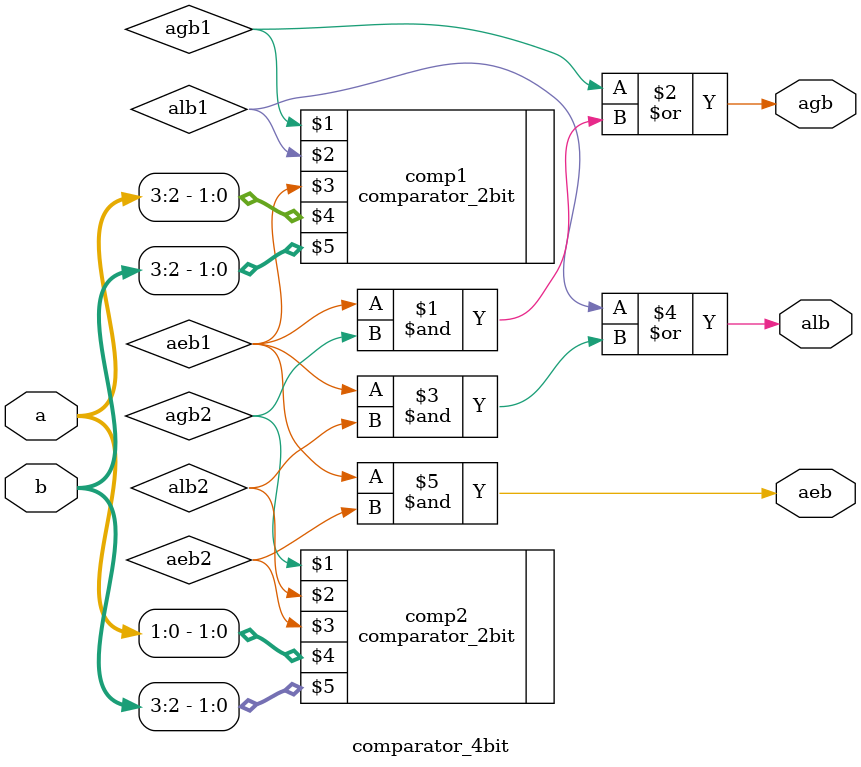
<source format=v>
module comparator_4bit(agb, alb, aeb, a, b);

output agb, alb, aeb;
input [3:0] a, b;

wire agb1, alb1, aeb1, agb2, alb2, aeb2;

comparator_2bit comp1(agb1, alb1, aeb1, a[3:2], b[3:2]);
comparator_2bit comp2(agb2, alb2, aeb2, a[1:0], b[3:2]);

assign agb = agb1 | aeb1&agb2;
assign alb = alb1 | aeb1&alb2;
assign aeb = aeb1 & aeb2;

endmodule


/* 
module testbench;

wire agb, alb, aeb;
reg [3:0] a, b;

comparator_4bit compt(agb, alb, aeb, a, b);

initial begin
a = 4'b1111; b = 4'b1111;
#100 a = 4'b1111; b = 4'b0000;
#100 a = 4'b0000; b = 4'b1111;
end

initial begin
$monitor(" A = %b  B = %b  A=B = %b  A>B = %b  A<B = %b",a, b, aeb, agb, alb);
end

endmodule
*/
</source>
